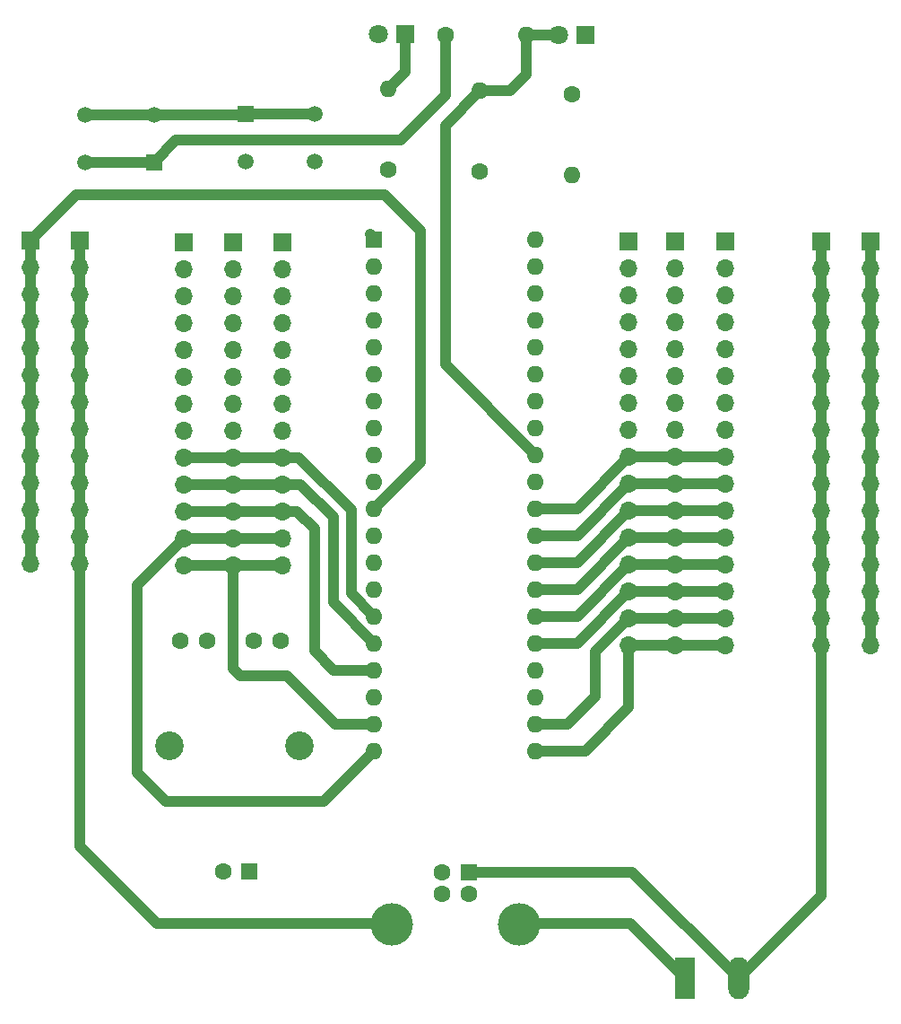
<source format=gbr>
%TF.GenerationSoftware,KiCad,Pcbnew,8.0.8*%
%TF.CreationDate,2025-04-18T17:50:53-06:00*%
%TF.ProjectId,Coquirana1,436f7175-6972-4616-9e61-312e6b696361,rev?*%
%TF.SameCoordinates,Original*%
%TF.FileFunction,Copper,L1,Top*%
%TF.FilePolarity,Positive*%
%FSLAX46Y46*%
G04 Gerber Fmt 4.6, Leading zero omitted, Abs format (unit mm)*
G04 Created by KiCad (PCBNEW 8.0.8) date 2025-04-18 17:50:53*
%MOMM*%
%LPD*%
G01*
G04 APERTURE LIST*
%TA.AperFunction,ComponentPad*%
%ADD10C,1.600000*%
%TD*%
%TA.AperFunction,ComponentPad*%
%ADD11O,1.600000X1.600000*%
%TD*%
%TA.AperFunction,ComponentPad*%
%ADD12R,1.700000X1.700000*%
%TD*%
%TA.AperFunction,ComponentPad*%
%ADD13O,1.700000X1.700000*%
%TD*%
%TA.AperFunction,ComponentPad*%
%ADD14R,1.600000X1.600000*%
%TD*%
%TA.AperFunction,ComponentPad*%
%ADD15R,1.800000X1.800000*%
%TD*%
%TA.AperFunction,ComponentPad*%
%ADD16C,1.800000*%
%TD*%
%TA.AperFunction,ComponentPad*%
%ADD17C,4.000000*%
%TD*%
%TA.AperFunction,ComponentPad*%
%ADD18R,1.498000X1.498000*%
%TD*%
%TA.AperFunction,ComponentPad*%
%ADD19C,1.498000*%
%TD*%
%TA.AperFunction,ComponentPad*%
%ADD20R,1.980000X3.960000*%
%TD*%
%TA.AperFunction,ComponentPad*%
%ADD21O,1.980000X3.960000*%
%TD*%
%TA.AperFunction,ComponentPad*%
%ADD22C,2.700000*%
%TD*%
%TA.AperFunction,Conductor*%
%ADD23C,1.000000*%
%TD*%
%TA.AperFunction,Conductor*%
%ADD24C,0.200000*%
%TD*%
G04 APERTURE END LIST*
D10*
%TO.P,R5.1k,1*%
%TO.N,Net-(U1-Vpp{slash}~{MCLR}{slash}RE3)*%
X148480000Y-45650000D03*
D11*
%TO.P,R5.1k,2*%
%TO.N,VCC*%
X156100000Y-45650000D03*
%TD*%
D12*
%TO.P,J3,1,Pin_1*%
%TO.N,pin2*%
X123800000Y-65210000D03*
D13*
%TO.P,J3,2,Pin_2*%
%TO.N,pin3*%
X123800000Y-67750000D03*
%TO.P,J3,3,Pin_3*%
%TO.N,pin4*%
X123800000Y-70290000D03*
%TO.P,J3,4,Pin_4*%
%TO.N,pin5*%
X123800000Y-72830000D03*
%TO.P,J3,5,Pin_5*%
%TO.N,pin7*%
X123800000Y-75370000D03*
%TO.P,J3,6,Pin_6*%
%TO.N,pin8*%
X123800000Y-77910000D03*
%TO.P,J3,7,Pin_7*%
%TO.N,pin9*%
X123800000Y-80450000D03*
%TO.P,J3,8,Pin_8*%
%TO.N,pin10*%
X123800000Y-82990000D03*
%TO.P,J3,9,Pin_9*%
%TO.N,pin15*%
X123800000Y-85530000D03*
%TO.P,J3,10,Pin_10*%
%TO.N,pin16*%
X123800000Y-88070000D03*
%TO.P,J3,11,Pin_11*%
%TO.N,pin17*%
X123800000Y-90610000D03*
%TO.P,J3,12,Pin_12*%
%TO.N,pin20*%
X123800000Y-93150000D03*
%TO.P,J3,13,Pin_13*%
%TO.N,pin19*%
X123800000Y-95690000D03*
%TD*%
D12*
%TO.P,VCC,1,Pin_1*%
%TO.N,VCC*%
X109300000Y-65050000D03*
D13*
%TO.P,VCC,2,Pin_2*%
X109300000Y-67590000D03*
%TO.P,VCC,3,Pin_3*%
X109300000Y-70130000D03*
%TO.P,VCC,4,Pin_4*%
X109300000Y-72670000D03*
%TO.P,VCC,5,Pin_5*%
X109300000Y-75210000D03*
%TO.P,VCC,6,Pin_6*%
X109300000Y-77750000D03*
%TO.P,VCC,7,Pin_7*%
X109300000Y-80290000D03*
%TO.P,VCC,8,Pin_8*%
X109300000Y-82830000D03*
%TO.P,VCC,9,Pin_9*%
X109300000Y-85370000D03*
%TO.P,VCC,10,Pin_10*%
X109300000Y-87910000D03*
%TO.P,VCC,11,Pin_11*%
X109300000Y-90450000D03*
%TO.P,VCC,12,Pin_12*%
X109300000Y-92990000D03*
%TO.P,VCC,13,Pin_13*%
X109300000Y-95530000D03*
%TD*%
D10*
%TO.P,15pF,1*%
%TO.N,Earth*%
X130400000Y-102850000D03*
%TO.P,15pF,2*%
%TO.N,Net-(U1-OSC1{slash}CLKI)*%
X132900000Y-102850000D03*
%TD*%
D12*
%TO.P,VCC,1,Pin_1*%
%TO.N,VCC*%
X184000000Y-65120000D03*
D13*
%TO.P,VCC,2,Pin_2*%
X184000000Y-67660000D03*
%TO.P,VCC,3,Pin_3*%
X184000000Y-70200000D03*
%TO.P,VCC,4,Pin_4*%
X184000000Y-72740000D03*
%TO.P,VCC,5,Pin_5*%
X184000000Y-75280000D03*
%TO.P,VCC,6,Pin_6*%
X184000000Y-77820000D03*
%TO.P,VCC,7,Pin_7*%
X184000000Y-80360000D03*
%TO.P,VCC,8,Pin_8*%
X184000000Y-82900000D03*
%TO.P,VCC,9,Pin_9*%
X184000000Y-85440000D03*
%TO.P,VCC,10,Pin_10*%
X184000000Y-87980000D03*
%TO.P,VCC,11,Pin_11*%
X184000000Y-90520000D03*
%TO.P,VCC,12,Pin_12*%
X184000000Y-93060000D03*
%TO.P,VCC,13,Pin_13*%
X184000000Y-95600000D03*
%TO.P,VCC,14,Pin_14*%
X184000000Y-98140000D03*
%TO.P,VCC,15,Pin_15*%
X184000000Y-100680000D03*
%TO.P,VCC,16,Pin_16*%
X184000000Y-103220000D03*
%TD*%
D14*
%TO.P,C220nF,1*%
%TO.N,Net-(U1-VUSB)*%
X129982380Y-124550000D03*
D10*
%TO.P,C220nF,2*%
%TO.N,Earth*%
X127482380Y-124550000D03*
%TD*%
D11*
%TO.P,PIC18F4550,40,RB7/KBI3/PGD*%
%TO.N,pin40*%
X157000000Y-64950000D03*
%TO.P,PIC18F4550,39,RB6/KBI2/PGC*%
%TO.N,pin39*%
X157000000Y-67490000D03*
%TO.P,PIC18F4550,38,RB5/KBI1/PGM*%
%TO.N,pin38*%
X157000000Y-70030000D03*
%TO.P,PIC18F4550,37,RB4/AN11/KBI0/CSSPP*%
%TO.N,pin37*%
X157000000Y-72570000D03*
%TO.P,PIC18F4550,36,RB3/AN9/CCP2/VPO*%
%TO.N,pin36*%
X157000000Y-75110000D03*
%TO.P,PIC18F4550,35,RB2/AN8/INT2/VMO*%
%TO.N,pin35*%
X157000000Y-77650000D03*
%TO.P,PIC18F4550,34,RB1/AN10/INT1/SCK/SCL*%
%TO.N,pin34*%
X157000000Y-80190000D03*
%TO.P,PIC18F4550,33,RB0/AN12/INT0/FLT0/SDI/SDA*%
%TO.N,pin33*%
X157000000Y-82730000D03*
%TO.P,PIC18F4550,32,VDD*%
%TO.N,VCC*%
X157000000Y-85270000D03*
%TO.P,PIC18F4550,31,VSS*%
%TO.N,Earth*%
X157000000Y-87810000D03*
%TO.P,PIC18F4550,30,P1D/SPP7/RD7*%
%TO.N,pin30*%
X157000000Y-90350000D03*
%TO.P,PIC18F4550,29,P1C/SPP6/RD6*%
%TO.N,pin29*%
X157000000Y-92890000D03*
%TO.P,PIC18F4550,28,P1B/SPP5/RD5*%
%TO.N,pin28*%
X157000000Y-95430000D03*
%TO.P,PIC18F4550,27,SPP4/RD4*%
%TO.N,pin27*%
X157000000Y-97970000D03*
%TO.P,PIC18F4550,26,SDO/RX/DT/RC7*%
%TO.N,pin26*%
X157000000Y-100510000D03*
%TO.P,PIC18F4550,25,TX/CK/RC6*%
%TO.N,pin25*%
X157000000Y-103050000D03*
%TO.P,PIC18F4550,24,VP/D+/RC5*%
%TO.N,Net-(J1-D+)*%
X157000000Y-105590000D03*
%TO.P,PIC18F4550,23,VM/D-/RC4*%
%TO.N,Net-(J1-D-)*%
X157000000Y-108130000D03*
%TO.P,PIC18F4550,22,SPP3/RD3*%
%TO.N,pin22*%
X157000000Y-110670000D03*
%TO.P,PIC18F4550,21,SPP2/RD2*%
%TO.N,pin21*%
X157000000Y-113210000D03*
%TO.P,PIC18F4550,20,SPP1/RD1*%
%TO.N,pin20*%
X141760000Y-113210000D03*
%TO.P,PIC18F4550,19,SPP0/RD0*%
%TO.N,pin19*%
X141760000Y-110670000D03*
%TO.P,PIC18F4550,18,VUSB*%
%TO.N,Net-(U1-VUSB)*%
X141760000Y-108130000D03*
%TO.P,PIC18F4550,17,P1A/CCP1/RC2*%
%TO.N,pin17*%
X141760000Y-105590000D03*
%TO.P,PIC18F4550,16,~{UOE}/CCP2/T1OSI/RC1*%
%TO.N,pin16*%
X141760000Y-103050000D03*
%TO.P,PIC18F4550,15,T1OSO/T13CKI/RC0*%
%TO.N,pin15*%
X141760000Y-100510000D03*
%TO.P,PIC18F4550,14,RA6/OSC2/CLKO*%
%TO.N,Net-(U1-RA6{slash}OSC2{slash}CLKO)*%
X141760000Y-97970000D03*
%TO.P,PIC18F4550,13,OSC1/CLKI*%
%TO.N,Net-(U1-OSC1{slash}CLKI)*%
X141760000Y-95430000D03*
%TO.P,PIC18F4550,12,VSS*%
%TO.N,Earth*%
X141760000Y-92890000D03*
%TO.P,PIC18F4550,11,VDD*%
%TO.N,VCC*%
X141760000Y-90350000D03*
%TO.P,PIC18F4550,10,OESPP/AN7/RE2*%
%TO.N,pin10*%
X141760000Y-87810000D03*
%TO.P,PIC18F4550,9,CK2SPP/AN6/RE1*%
%TO.N,pin9*%
X141760000Y-85270000D03*
%TO.P,PIC18F4550,8,CK1SPP/AN5/RE0*%
%TO.N,pin8*%
X141760000Y-82730000D03*
%TO.P,PIC18F4550,7,RA5/AN4/~{SS}/HLVDIN/C2OUT*%
%TO.N,pin7*%
X141760000Y-80190000D03*
%TO.P,PIC18F4550,6,RA4/T0CKI/C1OUT/RCV*%
%TO.N,Net-(U1-RA4{slash}T0CKI{slash}C1OUT{slash}RCV)*%
X141760000Y-77650000D03*
%TO.P,PIC18F4550,5,RA3/AN3/Vref+*%
%TO.N,pin5*%
X141760000Y-75110000D03*
%TO.P,PIC18F4550,4,RA2/AN2/Vref-/CVref*%
%TO.N,pin4*%
X141760000Y-72570000D03*
%TO.P,PIC18F4550,3,RA1/AN1*%
%TO.N,pin3*%
X141760000Y-70030000D03*
%TO.P,PIC18F4550,2,RA0/AN0*%
%TO.N,pin2*%
X141760000Y-67490000D03*
D14*
%TO.P,PIC18F4550,1,Vpp/~{MCLR}/RE3*%
%TO.N,Net-(U1-Vpp{slash}~{MCLR}{slash}RE3)*%
X141760000Y-64950000D03*
%TD*%
D15*
%TO.P,LEDR,1,K*%
%TO.N,Net-(D2-K)*%
X161670000Y-45700000D03*
D16*
%TO.P,LEDR,2,A*%
%TO.N,VCC*%
X159130000Y-45700000D03*
%TD*%
D12*
%TO.P,J4,1,Pin_1*%
%TO.N,pin2*%
X128450000Y-65210000D03*
D13*
%TO.P,J4,2,Pin_2*%
%TO.N,pin3*%
X128450000Y-67750000D03*
%TO.P,J4,3,Pin_3*%
%TO.N,pin4*%
X128450000Y-70290000D03*
%TO.P,J4,4,Pin_4*%
%TO.N,pin5*%
X128450000Y-72830000D03*
%TO.P,J4,5,Pin_5*%
%TO.N,pin7*%
X128450000Y-75370000D03*
%TO.P,J4,6,Pin_6*%
%TO.N,pin8*%
X128450000Y-77910000D03*
%TO.P,J4,7,Pin_7*%
%TO.N,pin9*%
X128450000Y-80450000D03*
%TO.P,J4,8,Pin_8*%
%TO.N,pin10*%
X128450000Y-82990000D03*
%TO.P,J4,9,Pin_9*%
%TO.N,pin15*%
X128450000Y-85530000D03*
%TO.P,J4,10,Pin_10*%
%TO.N,pin16*%
X128450000Y-88070000D03*
%TO.P,J4,11,Pin_11*%
%TO.N,pin17*%
X128450000Y-90610000D03*
%TO.P,J4,12,Pin_12*%
%TO.N,pin20*%
X128450000Y-93150000D03*
%TO.P,J4,13,Pin_13*%
%TO.N,pin19*%
X128450000Y-95690000D03*
%TD*%
D14*
%TO.P,USB,1,VBUS*%
%TO.N,VCC*%
X150700000Y-124690000D03*
D10*
%TO.P,USB,2,D-*%
%TO.N,Net-(J1-D-)*%
X148200000Y-124690000D03*
%TO.P,USB,3,D+*%
%TO.N,Net-(J1-D+)*%
X148200000Y-126690000D03*
%TO.P,USB,4,GND*%
%TO.N,Earth*%
X150700000Y-126690000D03*
D17*
%TO.P,USB,5,Shield*%
X155450000Y-129550000D03*
X143450000Y-129550000D03*
%TD*%
D10*
%TO.P,R5.1k,1*%
%TO.N,pin38*%
X151750000Y-58560000D03*
D11*
%TO.P,R5.1k,2*%
%TO.N,VCC*%
X151750000Y-50940000D03*
%TD*%
D18*
%TO.P,Boot,1*%
%TO.N,Earth*%
X129635000Y-53150000D03*
D19*
%TO.P,Boot,2*%
X136135000Y-53150000D03*
%TO.P,Boot,3*%
%TO.N,pin38*%
X129635000Y-57650000D03*
%TO.P,Boot,4*%
X136135000Y-57650000D03*
%TD*%
D20*
%TO.P,T-block,1,Pin_1*%
%TO.N,Earth*%
X171150000Y-134700000D03*
D21*
%TO.P,T-block,2,Pin_2*%
%TO.N,VCC*%
X176150000Y-134700000D03*
%TD*%
D18*
%TO.P,Reset,1*%
%TO.N,Net-(U1-Vpp{slash}~{MCLR}{slash}RE3)*%
X120950000Y-57700000D03*
D19*
%TO.P,Reset,2*%
X114450000Y-57700000D03*
%TO.P,Reset,3*%
%TO.N,Earth*%
X120950000Y-53200000D03*
%TO.P,Reset,4*%
X114450000Y-53200000D03*
%TD*%
D12*
%TO.P,J6,1,Pin_1*%
%TO.N,pin40*%
X165800000Y-65150000D03*
D13*
%TO.P,J6,2,Pin_2*%
%TO.N,pin39*%
X165800000Y-67690000D03*
%TO.P,J6,3,Pin_3*%
%TO.N,pin38*%
X165800000Y-70230000D03*
%TO.P,J6,4,Pin_4*%
%TO.N,pin37*%
X165800000Y-72770000D03*
%TO.P,J6,5,Pin_5*%
%TO.N,pin36*%
X165800000Y-75310000D03*
%TO.P,J6,6,Pin_6*%
%TO.N,pin35*%
X165800000Y-77850000D03*
%TO.P,J6,7,Pin_7*%
%TO.N,pin34*%
X165800000Y-80390000D03*
%TO.P,J6,8,Pin_8*%
%TO.N,pin33*%
X165800000Y-82930000D03*
%TO.P,J6,9,Pin_9*%
%TO.N,pin30*%
X165800000Y-85470000D03*
%TO.P,J6,10,Pin_10*%
%TO.N,pin29*%
X165800000Y-88010000D03*
%TO.P,J6,11,Pin_11*%
%TO.N,pin28*%
X165800000Y-90550000D03*
%TO.P,J6,12,Pin_12*%
%TO.N,pin27*%
X165800000Y-93090000D03*
%TO.P,J6,13,Pin_13*%
%TO.N,pin26*%
X165800000Y-95630000D03*
%TO.P,J6,14,Pin_14*%
%TO.N,pin25*%
X165800000Y-98170000D03*
%TO.P,J6,15,Pin_15*%
%TO.N,pin22*%
X165800000Y-100710000D03*
%TO.P,J6,16,Pin_16*%
%TO.N,pin21*%
X165800000Y-103250000D03*
%TD*%
D15*
%TO.P,LEDV,1,K*%
%TO.N,Net-(D1-K)*%
X144670000Y-45600000D03*
D16*
%TO.P,LEDV,2,A*%
%TO.N,VCC*%
X142130000Y-45600000D03*
%TD*%
D10*
%TO.P,R470,1*%
%TO.N,Net-(U1-RA4{slash}T0CKI{slash}C1OUT{slash}RCV)*%
X143100000Y-58360000D03*
D11*
%TO.P,R470,2*%
%TO.N,Net-(D1-K)*%
X143100000Y-50740000D03*
%TD*%
D10*
%TO.P,15pF,1*%
%TO.N,Net-(U1-RA6{slash}OSC2{slash}CLKO)*%
X123450000Y-102800000D03*
%TO.P,15pF,2*%
%TO.N,Earth*%
X125950000Y-102800000D03*
%TD*%
D12*
%TO.P,GND,1,Pin_1*%
%TO.N,Earth*%
X113950000Y-65050000D03*
D13*
%TO.P,GND,2,Pin_2*%
X113950000Y-67590000D03*
%TO.P,GND,3,Pin_3*%
X113950000Y-70130000D03*
%TO.P,GND,4,Pin_4*%
X113950000Y-72670000D03*
%TO.P,GND,5,Pin_5*%
X113950000Y-75210000D03*
%TO.P,GND,6,Pin_6*%
X113950000Y-77750000D03*
%TO.P,GND,7,Pin_7*%
X113950000Y-80290000D03*
%TO.P,GND,8,Pin_8*%
X113950000Y-82830000D03*
%TO.P,GND,9,Pin_9*%
X113950000Y-85370000D03*
%TO.P,GND,10,Pin_10*%
X113950000Y-87910000D03*
%TO.P,GND,11,Pin_11*%
X113950000Y-90450000D03*
%TO.P,GND,12,Pin_12*%
X113950000Y-92990000D03*
%TO.P,GND,13,Pin_13*%
X113950000Y-95530000D03*
%TD*%
D10*
%TO.P,R470,1*%
%TO.N,Net-(D2-K)*%
X160450000Y-51240000D03*
D11*
%TO.P,R470,2*%
%TO.N,Earth*%
X160450000Y-58860000D03*
%TD*%
D22*
%TO.P,20MHz,1,1*%
%TO.N,Net-(U1-RA6{slash}OSC2{slash}CLKO)*%
X122400000Y-112750000D03*
%TO.P,20MHz,2,2*%
%TO.N,Net-(U1-OSC1{slash}CLKI)*%
X134740000Y-112750000D03*
%TD*%
D12*
%TO.P,J8,1,Pin_1*%
%TO.N,pin40*%
X174900000Y-65150000D03*
D13*
%TO.P,J8,2,Pin_2*%
%TO.N,pin39*%
X174900000Y-67690000D03*
%TO.P,J8,3,Pin_3*%
%TO.N,pin38*%
X174900000Y-70230000D03*
%TO.P,J8,4,Pin_4*%
%TO.N,pin37*%
X174900000Y-72770000D03*
%TO.P,J8,5,Pin_5*%
%TO.N,pin36*%
X174900000Y-75310000D03*
%TO.P,J8,6,Pin_6*%
%TO.N,pin35*%
X174900000Y-77850000D03*
%TO.P,J8,7,Pin_7*%
%TO.N,pin34*%
X174900000Y-80390000D03*
%TO.P,J8,8,Pin_8*%
%TO.N,pin33*%
X174900000Y-82930000D03*
%TO.P,J8,9,Pin_9*%
%TO.N,pin30*%
X174900000Y-85470000D03*
%TO.P,J8,10,Pin_10*%
%TO.N,pin29*%
X174900000Y-88010000D03*
%TO.P,J8,11,Pin_11*%
%TO.N,pin28*%
X174900000Y-90550000D03*
%TO.P,J8,12,Pin_12*%
%TO.N,pin27*%
X174900000Y-93090000D03*
%TO.P,J8,13,Pin_13*%
%TO.N,pin26*%
X174900000Y-95630000D03*
%TO.P,J8,14,Pin_14*%
%TO.N,pin25*%
X174900000Y-98170000D03*
%TO.P,J8,15,Pin_15*%
%TO.N,pin22*%
X174900000Y-100710000D03*
%TO.P,J8,16,Pin_16*%
%TO.N,pin21*%
X174900000Y-103250000D03*
%TD*%
D12*
%TO.P,J5,1,Pin_1*%
%TO.N,pin2*%
X133100000Y-65210000D03*
D13*
%TO.P,J5,2,Pin_2*%
%TO.N,pin3*%
X133100000Y-67750000D03*
%TO.P,J5,3,Pin_3*%
%TO.N,pin4*%
X133100000Y-70290000D03*
%TO.P,J5,4,Pin_4*%
%TO.N,pin5*%
X133100000Y-72830000D03*
%TO.P,J5,5,Pin_5*%
%TO.N,pin7*%
X133100000Y-75370000D03*
%TO.P,J5,6,Pin_6*%
%TO.N,pin8*%
X133100000Y-77910000D03*
%TO.P,J5,7,Pin_7*%
%TO.N,pin9*%
X133100000Y-80450000D03*
%TO.P,J5,8,Pin_8*%
%TO.N,pin10*%
X133100000Y-82990000D03*
%TO.P,J5,9,Pin_9*%
%TO.N,pin15*%
X133100000Y-85530000D03*
%TO.P,J5,10,Pin_10*%
%TO.N,pin16*%
X133100000Y-88070000D03*
%TO.P,J5,11,Pin_11*%
%TO.N,pin17*%
X133100000Y-90610000D03*
%TO.P,J5,12,Pin_12*%
%TO.N,pin20*%
X133100000Y-93150000D03*
%TO.P,J5,13,Pin_13*%
%TO.N,pin19*%
X133100000Y-95690000D03*
%TD*%
D12*
%TO.P,J7,1,Pin_1*%
%TO.N,pin40*%
X170150000Y-65150000D03*
D13*
%TO.P,J7,2,Pin_2*%
%TO.N,pin39*%
X170150000Y-67690000D03*
%TO.P,J7,3,Pin_3*%
%TO.N,pin38*%
X170150000Y-70230000D03*
%TO.P,J7,4,Pin_4*%
%TO.N,pin37*%
X170150000Y-72770000D03*
%TO.P,J7,5,Pin_5*%
%TO.N,pin36*%
X170150000Y-75310000D03*
%TO.P,J7,6,Pin_6*%
%TO.N,pin35*%
X170150000Y-77850000D03*
%TO.P,J7,7,Pin_7*%
%TO.N,pin34*%
X170150000Y-80390000D03*
%TO.P,J7,8,Pin_8*%
%TO.N,pin33*%
X170150000Y-82930000D03*
%TO.P,J7,9,Pin_9*%
%TO.N,pin30*%
X170150000Y-85470000D03*
%TO.P,J7,10,Pin_10*%
%TO.N,pin29*%
X170150000Y-88010000D03*
%TO.P,J7,11,Pin_11*%
%TO.N,pin28*%
X170150000Y-90550000D03*
%TO.P,J7,12,Pin_12*%
%TO.N,pin27*%
X170150000Y-93090000D03*
%TO.P,J7,13,Pin_13*%
%TO.N,pin26*%
X170150000Y-95630000D03*
%TO.P,J7,14,Pin_14*%
%TO.N,pin25*%
X170150000Y-98170000D03*
%TO.P,J7,15,Pin_15*%
%TO.N,pin22*%
X170150000Y-100710000D03*
%TO.P,J7,16,Pin_16*%
%TO.N,pin21*%
X170150000Y-103250000D03*
%TD*%
D12*
%TO.P,GND,1,Pin_1*%
%TO.N,Earth*%
X188650000Y-65120000D03*
D13*
%TO.P,GND,2,Pin_2*%
X188650000Y-67660000D03*
%TO.P,GND,3,Pin_3*%
X188650000Y-70200000D03*
%TO.P,GND,4,Pin_4*%
X188650000Y-72740000D03*
%TO.P,GND,5,Pin_5*%
X188650000Y-75280000D03*
%TO.P,GND,6,Pin_6*%
X188650000Y-77820000D03*
%TO.P,GND,7,Pin_7*%
X188650000Y-80360000D03*
%TO.P,GND,8,Pin_8*%
X188650000Y-82900000D03*
%TO.P,GND,9,Pin_9*%
X188650000Y-85440000D03*
%TO.P,GND,10,Pin_10*%
X188650000Y-87980000D03*
%TO.P,GND,11,Pin_11*%
X188650000Y-90520000D03*
%TO.P,GND,12,Pin_12*%
X188650000Y-93060000D03*
%TO.P,GND,13,Pin_13*%
X188650000Y-95600000D03*
%TO.P,GND,14,Pin_14*%
X188650000Y-98140000D03*
%TO.P,GND,15,Pin_15*%
X188650000Y-100680000D03*
%TO.P,GND,16,Pin_16*%
X188650000Y-103220000D03*
%TD*%
D23*
%TO.N,VCC*%
X184000000Y-126850000D02*
X176150000Y-134700000D01*
X184000000Y-103220000D02*
X184000000Y-126850000D01*
X166140000Y-124690000D02*
X176150000Y-134700000D01*
X150700000Y-124690000D02*
X166140000Y-124690000D01*
X142750000Y-60750000D02*
X113600000Y-60750000D01*
X146150000Y-85960000D02*
X146150000Y-64150000D01*
X146150000Y-64150000D02*
X142750000Y-60750000D01*
X113600000Y-60750000D02*
X109300000Y-65050000D01*
X141760000Y-90350000D02*
X146150000Y-85960000D01*
X148500000Y-76770000D02*
X157000000Y-85270000D01*
X148500000Y-54190000D02*
X148500000Y-76770000D01*
X151750000Y-50940000D02*
X148500000Y-54190000D01*
%TO.N,Net-(U1-Vpp{slash}~{MCLR}{slash}RE3)*%
X123050000Y-55600000D02*
X120950000Y-57700000D01*
X144250000Y-55600000D02*
X123050000Y-55600000D01*
X148480000Y-51370000D02*
X144250000Y-55600000D01*
X148480000Y-45650000D02*
X148480000Y-51370000D01*
%TO.N,Net-(D1-K)*%
X144670000Y-49170000D02*
X144670000Y-45600000D01*
X143100000Y-50740000D02*
X144670000Y-49170000D01*
%TO.N,VCC*%
X154560000Y-50940000D02*
X151750000Y-50940000D01*
X156100000Y-49400000D02*
X154560000Y-50940000D01*
X156100000Y-45650000D02*
X156100000Y-49400000D01*
X156100000Y-45650000D02*
X159080000Y-45650000D01*
D24*
X159080000Y-45650000D02*
X159130000Y-45700000D01*
D23*
%TO.N,Earth*%
X165972500Y-129522500D02*
X171150000Y-134700000D01*
X129585000Y-53200000D02*
X129635000Y-53150000D01*
X188650000Y-65120000D02*
X188650000Y-103220000D01*
X155477500Y-129522500D02*
X165972500Y-129522500D01*
X129635000Y-53150000D02*
X136135000Y-53150000D01*
X113950000Y-95530000D02*
X113950000Y-65050000D01*
X121272500Y-129522500D02*
X143450000Y-129522500D01*
X155450000Y-129550000D02*
X155477500Y-129522500D01*
X120950000Y-53200000D02*
X129585000Y-53200000D01*
X113950000Y-95530000D02*
X113950000Y-122200000D01*
X120950000Y-53200000D02*
X114450000Y-53200000D01*
X113950000Y-122200000D02*
X121272500Y-129522500D01*
%TO.N,VCC*%
X109300000Y-65050000D02*
X109300000Y-95530000D01*
X184000000Y-65120000D02*
X184000000Y-103220000D01*
%TO.N,pin16*%
X134820000Y-88070000D02*
X137900000Y-91150000D01*
X133100000Y-88070000D02*
X134820000Y-88070000D01*
X133100000Y-88070000D02*
X128450000Y-88070000D01*
X128450000Y-88070000D02*
X123800000Y-88070000D01*
X137900000Y-91150000D02*
X137900000Y-99190000D01*
X137900000Y-99190000D02*
X141760000Y-103050000D01*
%TO.N,pin17*%
X136100000Y-92250000D02*
X136100000Y-103750000D01*
X136100000Y-103750000D02*
X137940000Y-105590000D01*
X133100000Y-90610000D02*
X134460000Y-90610000D01*
X133100000Y-90610000D02*
X128450000Y-90610000D01*
X128450000Y-90610000D02*
X123800000Y-90610000D01*
X134460000Y-90610000D02*
X136100000Y-92250000D01*
X137940000Y-105590000D02*
X141760000Y-105590000D01*
%TO.N,pin21*%
X165800000Y-103250000D02*
X170150000Y-103250000D01*
X165800000Y-109100000D02*
X165800000Y-103250000D01*
X170150000Y-103250000D02*
X174900000Y-103250000D01*
X161690000Y-113210000D02*
X165800000Y-109100000D01*
X157000000Y-113210000D02*
X161690000Y-113210000D01*
%TO.N,pin19*%
X138070000Y-110670000D02*
X141760000Y-110670000D01*
X128450000Y-95690000D02*
X123800000Y-95690000D01*
X133550000Y-106150000D02*
X138070000Y-110670000D01*
X128450000Y-95690000D02*
X133100000Y-95690000D01*
X129150000Y-106150000D02*
X133550000Y-106150000D01*
X128450000Y-105450000D02*
X129150000Y-106150000D01*
X128450000Y-95690000D02*
X128450000Y-105450000D01*
%TO.N,pin25*%
X157000000Y-103050000D02*
X160920000Y-103050000D01*
X165800000Y-98170000D02*
X170150000Y-98170000D01*
X160920000Y-103050000D02*
X165800000Y-98170000D01*
X170150000Y-98170000D02*
X174900000Y-98170000D01*
%TO.N,pin20*%
X137020000Y-117950000D02*
X141760000Y-113210000D01*
X123800000Y-93150000D02*
X119400000Y-97550000D01*
X122100000Y-117950000D02*
X137020000Y-117950000D01*
X128450000Y-93150000D02*
X133100000Y-93150000D01*
X119400000Y-115250000D02*
X122100000Y-117950000D01*
X119400000Y-97550000D02*
X119400000Y-115250000D01*
X123800000Y-93150000D02*
X128450000Y-93150000D01*
%TO.N,pin26*%
X160920000Y-100510000D02*
X165800000Y-95630000D01*
X165800000Y-95630000D02*
X170150000Y-95630000D01*
X157000000Y-100510000D02*
X160920000Y-100510000D01*
X170150000Y-95630000D02*
X174900000Y-95630000D01*
%TO.N,pin15*%
X141760000Y-100510000D02*
X139600000Y-98350000D01*
X134630000Y-85530000D02*
X133100000Y-85530000D01*
X133100000Y-85530000D02*
X128450000Y-85530000D01*
X139600000Y-98350000D02*
X139600000Y-90500000D01*
X128450000Y-85530000D02*
X123800000Y-85530000D01*
X139600000Y-90500000D02*
X134630000Y-85530000D01*
%TO.N,pin27*%
X165800000Y-93090000D02*
X170150000Y-93090000D01*
X170150000Y-93090000D02*
X174900000Y-93090000D01*
X157000000Y-97970000D02*
X160920000Y-97970000D01*
X160920000Y-97970000D02*
X165800000Y-93090000D01*
%TO.N,pin28*%
X160920000Y-95430000D02*
X165800000Y-90550000D01*
X170150000Y-90550000D02*
X174900000Y-90550000D01*
X157000000Y-95430000D02*
X160920000Y-95430000D01*
X165800000Y-90550000D02*
X170150000Y-90550000D01*
%TO.N,pin30*%
X157000000Y-90350000D02*
X160920000Y-90350000D01*
X170150000Y-85470000D02*
X174900000Y-85470000D01*
X165800000Y-85470000D02*
X170150000Y-85470000D01*
X160920000Y-90350000D02*
X165800000Y-85470000D01*
%TO.N,pin22*%
X160030000Y-110670000D02*
X162650000Y-108050000D01*
X170150000Y-100710000D02*
X174900000Y-100710000D01*
X162650000Y-108050000D02*
X162650000Y-103860000D01*
X165800000Y-100710000D02*
X170150000Y-100710000D01*
X162650000Y-103860000D02*
X165800000Y-100710000D01*
X157000000Y-110670000D02*
X160030000Y-110670000D01*
%TO.N,pin29*%
X165800000Y-88010000D02*
X170150000Y-88010000D01*
X157000000Y-92890000D02*
X160920000Y-92890000D01*
X160920000Y-92890000D02*
X165800000Y-88010000D01*
X170150000Y-88010000D02*
X174900000Y-88010000D01*
%TO.N,Net-(U1-Vpp{slash}~{MCLR}{slash}RE3)*%
X120950000Y-57700000D02*
X114450000Y-57700000D01*
X141760000Y-64910000D02*
X141350000Y-64500000D01*
X141760000Y-64950000D02*
X141760000Y-64910000D01*
%TD*%
M02*

</source>
